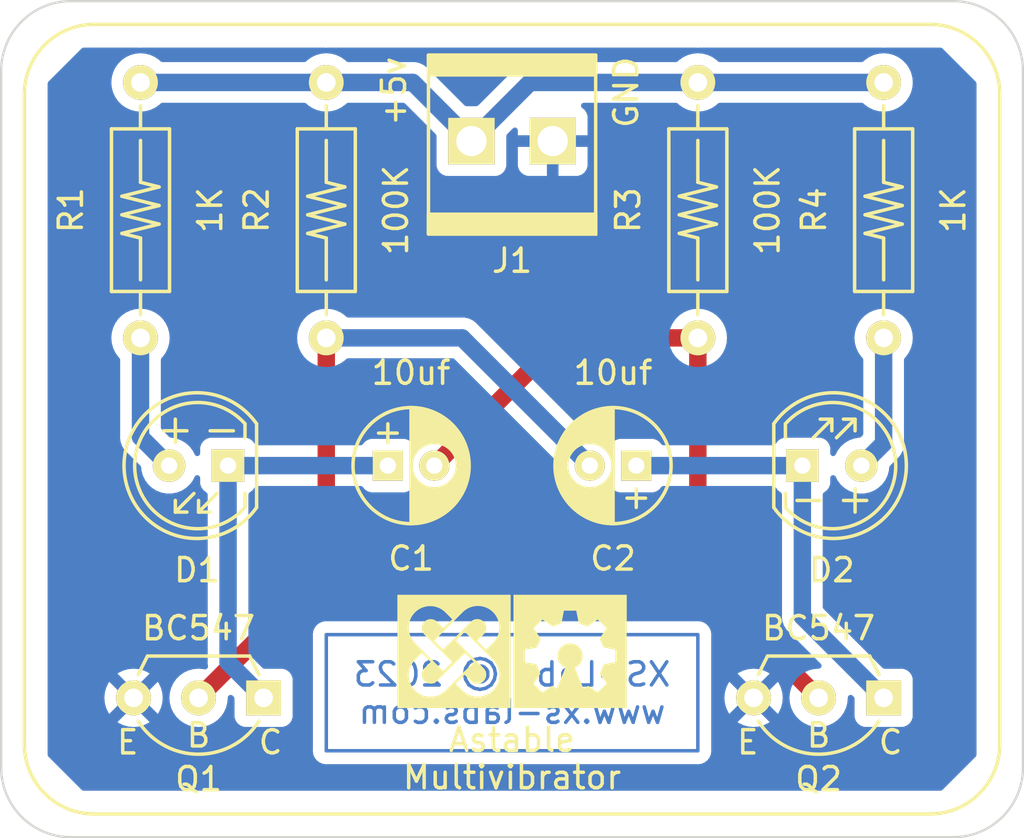
<source format=kicad_pcb>
(kicad_pcb (version 20221018) (generator pcbnew)
  (title_block (title "Astable Multivibrator") (date "2023-10-06") (rev "1") (company "XS-Labs") (comment 1 "Frequency of Oscillation: f = 1/T = 1/1.38RC") (comment 2 "Frequency of Oscillation: f = 1/T = 1/1.38RC") (comment 3 "C (Farad): t2 = 0.69C2R2") (comment 4 "R (Ohms): t1 = 0.69C1R3") (comment 5 "Periodic Time: T = t1+t2"))
  (layers (0 "F.Cu" signal) (31 "B.Cu" signal) (34 "B.Paste" user) (35 "F.Paste" user) (36 "B.SilkS" user "B.Silkscreen") (37 "F.SilkS" user "F.Silkscreen") (38 "B.Mask" user) (39 "F.Mask" user) (44 "Edge.Cuts" user))
  (net 0 "")
  (net 1 "Net-(D1-K)")
  (net 2 "Net-(Q2-B)")
  (net 3 "Net-(D2-K)")
  (net 4 "Net-(Q1-B)")
  (net 5 "Net-(D1-A)")
  (net 6 "Net-(D2-A)")
  (net 7 "GND")
  (net 8 "Net-(J1-Pin_2)")
  (footprint "XS:Resistor-Vishay-CCF07" (layer "F.Cu") (at 97 66 -90)
    (fp_text reference "R1" (at 0 3 90) (layer "F.SilkS"))
    (fp_text value "1K" (at 0 -3 90) (layer "F.SilkS"))
    (pad "1" thru_hole circle (at -5.5 0 270) (size 1.5 1.5) (drill 0.8) (layers "*.Cu" "*.Mask" "F.SilkS") (net 8 "Net-(J1-Pin_2)"))
    (pad "2" thru_hole circle (at 5.5 0 270) (size 1.5 1.5) (drill 0.8) (layers "*.Cu" "*.Mask" "F.SilkS") (net 5 "Net-(D1-A)"))
  )
  (footprint "XS:Capacitor-Vishay-142-RHS-5x11x2mm" (layer "F.Cu") (at 117.348692 77 180)
    (fp_text reference "C2" (at 0 -4 180) (layer "F.SilkS"))
    (fp_text value "10uf" (at 0 4 180) (layer "F.SilkS"))
    (pad "1" thru_hole rect (at -1 0 180) (size 1.3 1.3) (drill 0.7) (layers "*.Cu" "*.Mask" "F.SilkS") (net 3 "Net-(D2-K)"))
    (pad "2" thru_hole circle (at 1 0 180) (size 1.3 1.3) (drill 0.7) (layers "*.Cu" "*.Mask" "F.SilkS") (net 4 "Net-(Q1-B)"))
  )
  (footprint "XS:Capacitor-Vishay-142-RHS-5x11x2mm" (layer "F.Cu") (at 108.651307 77)
    (fp_text reference "C1" (at 0 4) (layer "F.SilkS"))
    (fp_text value "10uf" (at 0 -4) (layer "F.SilkS"))
    (pad "1" thru_hole rect (at -1 0) (size 1.3 1.3) (drill 0.7) (layers "*.Cu" "*.Mask" "F.SilkS") (net 1 "Net-(D1-K)"))
    (pad "2" thru_hole circle (at 1 0) (size 1.3 1.3) (drill 0.7) (layers "*.Cu" "*.Mask" "F.SilkS") (net 2 "Net-(Q2-B)"))
  )
  (footprint "XS:Resistor-Vishay-CCF07" (layer "F.Cu") (at 121 66 -90)
    (fp_text reference "R3" (at 0 3 90) (layer "F.SilkS"))
    (fp_text value "100K" (at 0 -3 90) (layer "F.SilkS"))
    (pad "1" thru_hole circle (at -5.5 0 270) (size 1.5 1.5) (drill 0.8) (layers "*.Cu" "*.Mask" "F.SilkS") (net 8 "Net-(J1-Pin_2)"))
    (pad "2" thru_hole circle (at 5.5 0 270) (size 1.5 1.5) (drill 0.8) (layers "*.Cu" "*.Mask" "F.SilkS") (net 2 "Net-(Q2-B)"))
  )
  (footprint "XS:Connector-Wurth-Terminal-Block-2P-3.5mm-691214110002" (layer "F.Cu") (at 113 63.175 180)
    (fp_text reference "J1" (at 0 -5) (layer "F.SilkS"))
    (fp_text value "Conn_01x02" hide)
    (pad "1" thru_hole rect (at -1.75 0.15 180) (size 2 2) (drill 1.3) (layers "*.Cu" "*.Mask" "F.SilkS") (net 7 "GND"))
    (pad "2" thru_hole rect (at 1.75 0.15 180) (size 2 2) (drill 1.3) (layers "*.Cu" "*.Mask" "F.SilkS") (net 8 "Net-(J1-Pin_2)"))
  )
  (footprint "XS:Resistor-Vishay-CCF07" (layer "F.Cu") (at 129 66 -90)
    (fp_text reference "R4" (at 0 3 90) (layer "F.SilkS"))
    (fp_text value "1K" (at 0 -3 90) (layer "F.SilkS"))
    (pad "1" thru_hole circle (at -5.5 0 270) (size 1.5 1.5) (drill 0.8) (layers "*.Cu" "*.Mask" "F.SilkS") (net 8 "Net-(J1-Pin_2)"))
    (pad "2" thru_hole circle (at 5.5 0 270) (size 1.5 1.5) (drill 0.8) (layers "*.Cu" "*.Mask" "F.SilkS") (net 6 "Net-(D2-A)"))
  )
  (footprint "XS:Transistor-NPN-TO-92-Line-Spacing-Lead-Form" (layer "F.Cu") (at 126.2 87)
    (fp_text reference "Q2" (at 0 3.5) (layer "F.SilkS"))
    (fp_text value "BC547" (at 0 -3) (layer "F.SilkS"))
    (fp_text user "B" (at 0 2.2 unlocked) (layer "F.SilkS") (effects (justify bottom)))
    (fp_text user "E" (at -2.5 2.5 unlocked) (layer "F.SilkS") (effects (justify right bottom)))
    (fp_text user "C" (at 2.5 2.5 unlocked) (layer "F.SilkS") (effects (justify left bottom)))
    (pad "1" thru_hole rect (at 2.8 0) (size 1.5 1.5) (drill 0.8) (layers "*.Cu" "*.Mask" "F.SilkS") (net 3 "Net-(D2-K)"))
    (pad "2" thru_hole circle (at 0 0) (size 1.5 1.5) (drill 0.8) (layers "*.Cu" "*.Mask" "F.SilkS") (net 2 "Net-(Q2-B)"))
    (pad "3" thru_hole circle (at -2.8 0) (size 1.5 1.5) (drill 0.8) (layers "*.Cu" "*.Mask" "F.SilkS") (net 7 "GND"))
  )
  (footprint "XS:LED-T1-34-5mm" (layer "F.Cu") (at 126.77 77)
    (fp_text reference "D2" (at 0 4.5 180) (layer "F.SilkS"))
    (fp_text value "LED" hide)
    (pad "1" thru_hole rect (at -1.27 0) (size 1.4 1.4) (drill 0.7) (layers "*.Cu" "*.Mask" "F.SilkS") (net 3 "Net-(D2-K)"))
    (pad "2" thru_hole circle (at 1.27 0) (size 1.4 1.4) (drill 0.7) (layers "*.Cu" "*.Mask" "F.SilkS") (net 6 "Net-(D2-A)"))
  )
  (footprint "XS:LED-T1-34-5mm" (layer "F.Cu") (at 99.5 77 180)
    (fp_text reference "D1" (at 0.06906 -4.5) (layer "F.SilkS"))
    (fp_text value "LED" hide)
    (pad "1" thru_hole rect (at -1.27 0 180) (size 1.4 1.4) (drill 0.7) (layers "*.Cu" "*.Mask" "F.SilkS") (net 1 "Net-(D1-K)"))
    (pad "2" thru_hole circle (at 1.27 0 180) (size 1.4 1.4) (drill 0.7) (layers "*.Cu" "*.Mask" "F.SilkS") (net 5 "Net-(D1-A)"))
  )
  (footprint "XS:Logo-OSHW-5x5" (layer "F.Cu") (at 115.5 85)
    (fp_text reference "G***" hide)
    (fp_text value "LOGO" hide)
  )
  (footprint "XS:Resistor-Vishay-CCF07" (layer "F.Cu") (at 105 66 -90)
    (fp_text reference "R2" (at 0 3 90) (layer "F.SilkS"))
    (fp_text value "100K" (at 0 -3 90) (layer "F.SilkS"))
    (pad "1" thru_hole circle (at -5.5 0 270) (size 1.5 1.5) (drill 0.8) (layers "*.Cu" "*.Mask" "F.SilkS") (net 8 "Net-(J1-Pin_2)"))
    (pad "2" thru_hole circle (at 5.5 0 270) (size 1.5 1.5) (drill 0.8) (layers "*.Cu" "*.Mask" "F.SilkS") (net 4 "Net-(Q1-B)"))
  )
  (footprint "XS:Transistor-NPN-TO-92-Line-Spacing-Lead-Form" (layer "F.Cu") (at 99.5 87)
    (fp_text reference "Q1" (at 0 3.5) (layer "F.SilkS"))
    (fp_text value "BC547" (at 0 -3) (layer "F.SilkS"))
    (fp_text user "E" (at -2.5 2.5 unlocked) (layer "F.SilkS") (effects (justify right bottom)))
    (fp_text user "B" (at 0 2.2 unlocked) (layer "F.SilkS") (effects (justify bottom)))
    (fp_text user "C" (at 2.5 2.5 unlocked) (layer "F.SilkS") (effects (justify left bottom)))
    (pad "1" thru_hole rect (at 2.8 0) (size 1.5 1.5) (drill 0.8) (layers "*.Cu" "*.Mask" "F.SilkS") (net 1 "Net-(D1-K)"))
    (pad "2" thru_hole circle (at 0 0) (size 1.5 1.5) (drill 0.8) (layers "*.Cu" "*.Mask" "F.SilkS") (net 4 "Net-(Q1-B)"))
    (pad "3" thru_hole circle (at -2.8 0) (size 1.5 1.5) (drill 0.8) (layers "*.Cu" "*.Mask" "F.SilkS") (net 7 "GND"))
  )
  (footprint "XS:Logo-XS-5x5" (layer "F.Cu") (at 110.5 85)
    (fp_text reference "G***" hide)
    (fp_text value "LOGO" hide)
  )
  (gr_line (start 121 89.278918) (end 105 89.278918) (stroke (width 0.15)) (layer "B.Cu"))
  (gr_line (start 121 84.278918) (end 121 89.278918) (stroke (width 0.15)) (layer "B.Cu"))
  (gr_line (start 105 84.278918) (end 121 84.278918) (stroke (width 0.15)) (layer "B.Cu"))
  (gr_line (start 105 89.278918) (end 105 84.278918) (stroke (width 0.15)) (layer "B.Cu"))
  (gr_line (start 95 92) (end 131 92) (stroke (width 0.15)) (layer "F.SilkS"))
  (gr_arc (start 131 58) (mid 133.12132 58.87868) (end 134 61) (stroke (width 0.15)) (layer "F.SilkS"))
  (gr_line (start 131 58) (end 95 58) (stroke (width 0.15)) (layer "F.SilkS"))
  (gr_line (start 134 61) (end 134 89) (stroke (width 0.15)) (layer "F.SilkS"))
  (gr_arc (start 95 92) (mid 92.87868 91.12132) (end 92 89) (stroke (width 0.15)) (layer "F.SilkS"))
  (gr_arc (start 134 89) (mid 133.12132 91.12132) (end 131 92) (stroke (width 0.15)) (layer "F.SilkS"))
  (gr_arc (start 92 61) (mid 92.87868 58.87868) (end 95 58) (stroke (width 0.15)) (layer "F.SilkS"))
  (gr_line (start 92 61) (end 92 89) (stroke (width 0.15)) (layer "F.SilkS"))
  (gr_line (start 94 93) (end 132 93) (stroke (width 0.1)) (layer "Edge.Cuts"))
  (gr_arc (start 132 57) (mid 134.12132 57.87868) (end 135 60) (stroke (width 0.1)) (layer "Edge.Cuts"))
  (gr_line (start 91 60) (end 91 90) (stroke (width 0.1)) (layer "Edge.Cuts"))
  (gr_arc (start 135 90) (mid 134.12132 92.12132) (end 132 93) (stroke (width 0.1)) (layer "Edge.Cuts"))
  (gr_arc (start 91 60) (mid 91.87868 57.87868) (end 94 57) (stroke (width 0.1)) (layer "Edge.Cuts"))
  (gr_line (start 94 57) (end 132 57) (stroke (width 0.1)) (layer "Edge.Cuts"))
  (gr_line (start 135 60) (end 135 90) (stroke (width 0.1)) (layer "Edge.Cuts"))
  (gr_arc (start 94 93) (mid 91.87868 92.12132) (end 91 90) (stroke (width 0.1)) (layer "Edge.Cuts"))
  (gr_text "XS-Labs © 2023\nwww.xs-labs.com" (at 113 88.185668) (layer "B.Cu") (effects (font (size 1 1)) (justify bottom mirror)))
  (gr_text "Astable\nMultivibrator" (at 113 91) (layer "F.SilkS") (effects (font (size 1 1)) (justify bottom)))
  (gr_text "GND" (at 118.5 62.547619 90) (layer "F.SilkS") (effects (font (size 1 1)) (justify left bottom)))
  (gr_text "+5v" (at 108.5 62.452381 90) (layer "F.SilkS") (effects (font (size 1 1)) (justify left bottom)))
  (segment (start 100.77 77) (end 100.77 85.47) (width 0.75) (layer "B.Cu") (net 1))
  (segment (start 100.77 85.47) (end 102.3 87) (width 0.75) (layer "B.Cu") (net 1))
  (segment (start 107.651307 77) (end 100.77 77) (width 0.75) (layer "B.Cu") (net 1))
  (segment (start 115.151307 71.5) (end 109.651307 77) (width 0.75) (layer "F.Cu") (net 2))
  (segment (start 121 81.8) (end 126.2 87) (width 0.75) (layer "F.Cu") (net 2))
  (segment (start 121 71.5) (end 115.151307 71.5) (width 0.75) (layer "F.Cu") (net 2))
  (segment (start 121 71.5) (end 121 81.8) (width 0.75) (layer "F.Cu") (net 2))
  (segment (start 125.5 77) (end 125.5 83.5) (width 0.75) (layer "B.Cu") (net 3))
  (segment (start 125.5 83.5) (end 129 87) (width 0.75) (layer "B.Cu") (net 3))
  (segment (start 118.348692 77) (end 125.5 77) (width 0.75) (layer "B.Cu") (net 3))
  (segment (start 105 71.5) (end 105 81.5) (width 0.75) (layer "F.Cu") (net 4))
  (segment (start 105 81.5) (end 99.5 87) (width 0.75) (layer "F.Cu") (net 4))
  (segment (start 105 71.5) (end 110.848692 71.5) (width 0.75) (layer "B.Cu") (net 4))
  (segment (start 110.848692 71.5) (end 116.348692 77) (width 0.75) (layer "B.Cu") (net 4))
  (segment (start 97 75.77) (end 98.23 77) (width 0.75) (layer "B.Cu") (net 5))
  (segment (start 97 71.5) (end 97 75.77) (width 0.75) (layer "B.Cu") (net 5))
  (segment (start 129 76.04) (end 128.04 77) (width 0.75) (layer "B.Cu") (net 6))
  (segment (start 129 71.5) (end 129 76.04) (width 0.75) (layer "B.Cu") (net 6))
  (segment (start 105 60.5) (end 97 60.5) (width 0.75) (layer "B.Cu") (net 8))
  (segment (start 113.775 60.5) (end 111.25 63.025) (width 0.75) (layer "B.Cu") (net 8))
  (segment (start 105 60.5) (end 108.725 60.5) (width 0.75) (layer "B.Cu") (net 8))
  (segment (start 121 60.5) (end 129 60.5) (width 0.75) (layer "B.Cu") (net 8))
  (segment (start 121 60.5) (end 113.775 60.5) (width 0.75) (layer "B.Cu") (net 8))
  (segment (start 108.725 60.5) (end 111.25 63.025) (width 0.75) (layer "B.Cu") (net 8))
  (zone (net 7) (net_name "GND") (layer "B.Cu") (connect_pads (clearance 0.5)) (min_thickness 0.25) (fill yes (thermal_gap 0.5) (thermal_bridge_width 0.5))
    (polygon (pts (xy 93 60.5) (xy 93 89.5) (xy 94.5 91) (xy 131.5 91) (xy 133 89.5) (xy 133 60.5) (xy 131.5 59) (xy 94.5 59)))
  )
)
</source>
